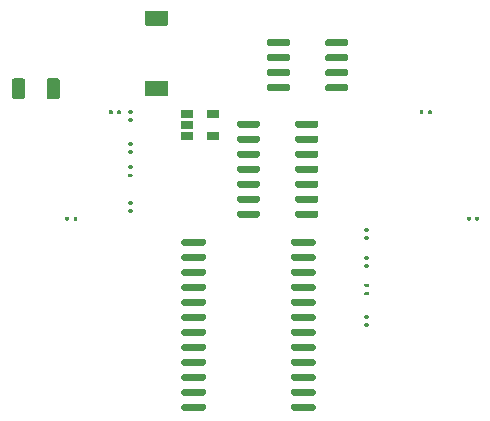
<source format=gbr>
%TF.GenerationSoftware,KiCad,Pcbnew,5.1.10*%
%TF.CreationDate,2021-12-20T15:46:02-06:00*%
%TF.ProjectId,notawatch,6e6f7461-7761-4746-9368-2e6b69636164,rev?*%
%TF.SameCoordinates,Original*%
%TF.FileFunction,Paste,Top*%
%TF.FilePolarity,Positive*%
%FSLAX46Y46*%
G04 Gerber Fmt 4.6, Leading zero omitted, Abs format (unit mm)*
G04 Created by KiCad (PCBNEW 5.1.10) date 2021-12-20 15:46:02*
%MOMM*%
%LPD*%
G01*
G04 APERTURE LIST*
%ADD10C,0.100000*%
%ADD11R,1.060000X0.650000*%
G04 APERTURE END LIST*
%TO.C,C1*%
G36*
G01*
X131950000Y-92650001D02*
X131950000Y-91349999D01*
G75*
G02*
X132199999Y-91100000I249999J0D01*
G01*
X132850001Y-91100000D01*
G75*
G02*
X133100000Y-91349999I0J-249999D01*
G01*
X133100000Y-92650001D01*
G75*
G02*
X132850001Y-92900000I-249999J0D01*
G01*
X132199999Y-92900000D01*
G75*
G02*
X131950000Y-92650001I0J249999D01*
G01*
G37*
G36*
G01*
X134900000Y-92650001D02*
X134900000Y-91349999D01*
G75*
G02*
X135149999Y-91100000I249999J0D01*
G01*
X135800001Y-91100000D01*
G75*
G02*
X136050000Y-91349999I0J-249999D01*
G01*
X136050000Y-92650001D01*
G75*
G02*
X135800001Y-92900000I-249999J0D01*
G01*
X135149999Y-92900000D01*
G75*
G02*
X134900000Y-92650001I0J249999D01*
G01*
G37*
%TD*%
%TO.C,U1*%
G36*
G01*
X155975000Y-95150000D02*
X155975000Y-94850000D01*
G75*
G02*
X156125000Y-94700000I150000J0D01*
G01*
X157775000Y-94700000D01*
G75*
G02*
X157925000Y-94850000I0J-150000D01*
G01*
X157925000Y-95150000D01*
G75*
G02*
X157775000Y-95300000I-150000J0D01*
G01*
X156125000Y-95300000D01*
G75*
G02*
X155975000Y-95150000I0J150000D01*
G01*
G37*
G36*
G01*
X155975000Y-96420000D02*
X155975000Y-96120000D01*
G75*
G02*
X156125000Y-95970000I150000J0D01*
G01*
X157775000Y-95970000D01*
G75*
G02*
X157925000Y-96120000I0J-150000D01*
G01*
X157925000Y-96420000D01*
G75*
G02*
X157775000Y-96570000I-150000J0D01*
G01*
X156125000Y-96570000D01*
G75*
G02*
X155975000Y-96420000I0J150000D01*
G01*
G37*
G36*
G01*
X155975000Y-97690000D02*
X155975000Y-97390000D01*
G75*
G02*
X156125000Y-97240000I150000J0D01*
G01*
X157775000Y-97240000D01*
G75*
G02*
X157925000Y-97390000I0J-150000D01*
G01*
X157925000Y-97690000D01*
G75*
G02*
X157775000Y-97840000I-150000J0D01*
G01*
X156125000Y-97840000D01*
G75*
G02*
X155975000Y-97690000I0J150000D01*
G01*
G37*
G36*
G01*
X155975000Y-98960000D02*
X155975000Y-98660000D01*
G75*
G02*
X156125000Y-98510000I150000J0D01*
G01*
X157775000Y-98510000D01*
G75*
G02*
X157925000Y-98660000I0J-150000D01*
G01*
X157925000Y-98960000D01*
G75*
G02*
X157775000Y-99110000I-150000J0D01*
G01*
X156125000Y-99110000D01*
G75*
G02*
X155975000Y-98960000I0J150000D01*
G01*
G37*
G36*
G01*
X155975000Y-100230000D02*
X155975000Y-99930000D01*
G75*
G02*
X156125000Y-99780000I150000J0D01*
G01*
X157775000Y-99780000D01*
G75*
G02*
X157925000Y-99930000I0J-150000D01*
G01*
X157925000Y-100230000D01*
G75*
G02*
X157775000Y-100380000I-150000J0D01*
G01*
X156125000Y-100380000D01*
G75*
G02*
X155975000Y-100230000I0J150000D01*
G01*
G37*
G36*
G01*
X155975000Y-101500000D02*
X155975000Y-101200000D01*
G75*
G02*
X156125000Y-101050000I150000J0D01*
G01*
X157775000Y-101050000D01*
G75*
G02*
X157925000Y-101200000I0J-150000D01*
G01*
X157925000Y-101500000D01*
G75*
G02*
X157775000Y-101650000I-150000J0D01*
G01*
X156125000Y-101650000D01*
G75*
G02*
X155975000Y-101500000I0J150000D01*
G01*
G37*
G36*
G01*
X155975000Y-102770000D02*
X155975000Y-102470000D01*
G75*
G02*
X156125000Y-102320000I150000J0D01*
G01*
X157775000Y-102320000D01*
G75*
G02*
X157925000Y-102470000I0J-150000D01*
G01*
X157925000Y-102770000D01*
G75*
G02*
X157775000Y-102920000I-150000J0D01*
G01*
X156125000Y-102920000D01*
G75*
G02*
X155975000Y-102770000I0J150000D01*
G01*
G37*
G36*
G01*
X151025000Y-102770000D02*
X151025000Y-102470000D01*
G75*
G02*
X151175000Y-102320000I150000J0D01*
G01*
X152825000Y-102320000D01*
G75*
G02*
X152975000Y-102470000I0J-150000D01*
G01*
X152975000Y-102770000D01*
G75*
G02*
X152825000Y-102920000I-150000J0D01*
G01*
X151175000Y-102920000D01*
G75*
G02*
X151025000Y-102770000I0J150000D01*
G01*
G37*
G36*
G01*
X151025000Y-101500000D02*
X151025000Y-101200000D01*
G75*
G02*
X151175000Y-101050000I150000J0D01*
G01*
X152825000Y-101050000D01*
G75*
G02*
X152975000Y-101200000I0J-150000D01*
G01*
X152975000Y-101500000D01*
G75*
G02*
X152825000Y-101650000I-150000J0D01*
G01*
X151175000Y-101650000D01*
G75*
G02*
X151025000Y-101500000I0J150000D01*
G01*
G37*
G36*
G01*
X151025000Y-100230000D02*
X151025000Y-99930000D01*
G75*
G02*
X151175000Y-99780000I150000J0D01*
G01*
X152825000Y-99780000D01*
G75*
G02*
X152975000Y-99930000I0J-150000D01*
G01*
X152975000Y-100230000D01*
G75*
G02*
X152825000Y-100380000I-150000J0D01*
G01*
X151175000Y-100380000D01*
G75*
G02*
X151025000Y-100230000I0J150000D01*
G01*
G37*
G36*
G01*
X151025000Y-98960000D02*
X151025000Y-98660000D01*
G75*
G02*
X151175000Y-98510000I150000J0D01*
G01*
X152825000Y-98510000D01*
G75*
G02*
X152975000Y-98660000I0J-150000D01*
G01*
X152975000Y-98960000D01*
G75*
G02*
X152825000Y-99110000I-150000J0D01*
G01*
X151175000Y-99110000D01*
G75*
G02*
X151025000Y-98960000I0J150000D01*
G01*
G37*
G36*
G01*
X151025000Y-97690000D02*
X151025000Y-97390000D01*
G75*
G02*
X151175000Y-97240000I150000J0D01*
G01*
X152825000Y-97240000D01*
G75*
G02*
X152975000Y-97390000I0J-150000D01*
G01*
X152975000Y-97690000D01*
G75*
G02*
X152825000Y-97840000I-150000J0D01*
G01*
X151175000Y-97840000D01*
G75*
G02*
X151025000Y-97690000I0J150000D01*
G01*
G37*
G36*
G01*
X151025000Y-96420000D02*
X151025000Y-96120000D01*
G75*
G02*
X151175000Y-95970000I150000J0D01*
G01*
X152825000Y-95970000D01*
G75*
G02*
X152975000Y-96120000I0J-150000D01*
G01*
X152975000Y-96420000D01*
G75*
G02*
X152825000Y-96570000I-150000J0D01*
G01*
X151175000Y-96570000D01*
G75*
G02*
X151025000Y-96420000I0J150000D01*
G01*
G37*
G36*
G01*
X151025000Y-95150000D02*
X151025000Y-94850000D01*
G75*
G02*
X151175000Y-94700000I150000J0D01*
G01*
X152825000Y-94700000D01*
G75*
G02*
X152975000Y-94850000I0J-150000D01*
G01*
X152975000Y-95150000D01*
G75*
G02*
X152825000Y-95300000I-150000J0D01*
G01*
X151175000Y-95300000D01*
G75*
G02*
X151025000Y-95150000I0J150000D01*
G01*
G37*
%TD*%
%TO.C,U3*%
G36*
G01*
X155625000Y-105165000D02*
X155625000Y-104865000D01*
G75*
G02*
X155775000Y-104715000I150000J0D01*
G01*
X157525000Y-104715000D01*
G75*
G02*
X157675000Y-104865000I0J-150000D01*
G01*
X157675000Y-105165000D01*
G75*
G02*
X157525000Y-105315000I-150000J0D01*
G01*
X155775000Y-105315000D01*
G75*
G02*
X155625000Y-105165000I0J150000D01*
G01*
G37*
G36*
G01*
X155625000Y-106435000D02*
X155625000Y-106135000D01*
G75*
G02*
X155775000Y-105985000I150000J0D01*
G01*
X157525000Y-105985000D01*
G75*
G02*
X157675000Y-106135000I0J-150000D01*
G01*
X157675000Y-106435000D01*
G75*
G02*
X157525000Y-106585000I-150000J0D01*
G01*
X155775000Y-106585000D01*
G75*
G02*
X155625000Y-106435000I0J150000D01*
G01*
G37*
G36*
G01*
X155625000Y-107705000D02*
X155625000Y-107405000D01*
G75*
G02*
X155775000Y-107255000I150000J0D01*
G01*
X157525000Y-107255000D01*
G75*
G02*
X157675000Y-107405000I0J-150000D01*
G01*
X157675000Y-107705000D01*
G75*
G02*
X157525000Y-107855000I-150000J0D01*
G01*
X155775000Y-107855000D01*
G75*
G02*
X155625000Y-107705000I0J150000D01*
G01*
G37*
G36*
G01*
X155625000Y-108975000D02*
X155625000Y-108675000D01*
G75*
G02*
X155775000Y-108525000I150000J0D01*
G01*
X157525000Y-108525000D01*
G75*
G02*
X157675000Y-108675000I0J-150000D01*
G01*
X157675000Y-108975000D01*
G75*
G02*
X157525000Y-109125000I-150000J0D01*
G01*
X155775000Y-109125000D01*
G75*
G02*
X155625000Y-108975000I0J150000D01*
G01*
G37*
G36*
G01*
X155625000Y-110245000D02*
X155625000Y-109945000D01*
G75*
G02*
X155775000Y-109795000I150000J0D01*
G01*
X157525000Y-109795000D01*
G75*
G02*
X157675000Y-109945000I0J-150000D01*
G01*
X157675000Y-110245000D01*
G75*
G02*
X157525000Y-110395000I-150000J0D01*
G01*
X155775000Y-110395000D01*
G75*
G02*
X155625000Y-110245000I0J150000D01*
G01*
G37*
G36*
G01*
X155625000Y-111515000D02*
X155625000Y-111215000D01*
G75*
G02*
X155775000Y-111065000I150000J0D01*
G01*
X157525000Y-111065000D01*
G75*
G02*
X157675000Y-111215000I0J-150000D01*
G01*
X157675000Y-111515000D01*
G75*
G02*
X157525000Y-111665000I-150000J0D01*
G01*
X155775000Y-111665000D01*
G75*
G02*
X155625000Y-111515000I0J150000D01*
G01*
G37*
G36*
G01*
X155625000Y-112785000D02*
X155625000Y-112485000D01*
G75*
G02*
X155775000Y-112335000I150000J0D01*
G01*
X157525000Y-112335000D01*
G75*
G02*
X157675000Y-112485000I0J-150000D01*
G01*
X157675000Y-112785000D01*
G75*
G02*
X157525000Y-112935000I-150000J0D01*
G01*
X155775000Y-112935000D01*
G75*
G02*
X155625000Y-112785000I0J150000D01*
G01*
G37*
G36*
G01*
X155625000Y-114055000D02*
X155625000Y-113755000D01*
G75*
G02*
X155775000Y-113605000I150000J0D01*
G01*
X157525000Y-113605000D01*
G75*
G02*
X157675000Y-113755000I0J-150000D01*
G01*
X157675000Y-114055000D01*
G75*
G02*
X157525000Y-114205000I-150000J0D01*
G01*
X155775000Y-114205000D01*
G75*
G02*
X155625000Y-114055000I0J150000D01*
G01*
G37*
G36*
G01*
X155625000Y-115325000D02*
X155625000Y-115025000D01*
G75*
G02*
X155775000Y-114875000I150000J0D01*
G01*
X157525000Y-114875000D01*
G75*
G02*
X157675000Y-115025000I0J-150000D01*
G01*
X157675000Y-115325000D01*
G75*
G02*
X157525000Y-115475000I-150000J0D01*
G01*
X155775000Y-115475000D01*
G75*
G02*
X155625000Y-115325000I0J150000D01*
G01*
G37*
G36*
G01*
X155625000Y-116595000D02*
X155625000Y-116295000D01*
G75*
G02*
X155775000Y-116145000I150000J0D01*
G01*
X157525000Y-116145000D01*
G75*
G02*
X157675000Y-116295000I0J-150000D01*
G01*
X157675000Y-116595000D01*
G75*
G02*
X157525000Y-116745000I-150000J0D01*
G01*
X155775000Y-116745000D01*
G75*
G02*
X155625000Y-116595000I0J150000D01*
G01*
G37*
G36*
G01*
X155625000Y-117865000D02*
X155625000Y-117565000D01*
G75*
G02*
X155775000Y-117415000I150000J0D01*
G01*
X157525000Y-117415000D01*
G75*
G02*
X157675000Y-117565000I0J-150000D01*
G01*
X157675000Y-117865000D01*
G75*
G02*
X157525000Y-118015000I-150000J0D01*
G01*
X155775000Y-118015000D01*
G75*
G02*
X155625000Y-117865000I0J150000D01*
G01*
G37*
G36*
G01*
X155625000Y-119135000D02*
X155625000Y-118835000D01*
G75*
G02*
X155775000Y-118685000I150000J0D01*
G01*
X157525000Y-118685000D01*
G75*
G02*
X157675000Y-118835000I0J-150000D01*
G01*
X157675000Y-119135000D01*
G75*
G02*
X157525000Y-119285000I-150000J0D01*
G01*
X155775000Y-119285000D01*
G75*
G02*
X155625000Y-119135000I0J150000D01*
G01*
G37*
G36*
G01*
X146325000Y-119135000D02*
X146325000Y-118835000D01*
G75*
G02*
X146475000Y-118685000I150000J0D01*
G01*
X148225000Y-118685000D01*
G75*
G02*
X148375000Y-118835000I0J-150000D01*
G01*
X148375000Y-119135000D01*
G75*
G02*
X148225000Y-119285000I-150000J0D01*
G01*
X146475000Y-119285000D01*
G75*
G02*
X146325000Y-119135000I0J150000D01*
G01*
G37*
G36*
G01*
X146325000Y-117865000D02*
X146325000Y-117565000D01*
G75*
G02*
X146475000Y-117415000I150000J0D01*
G01*
X148225000Y-117415000D01*
G75*
G02*
X148375000Y-117565000I0J-150000D01*
G01*
X148375000Y-117865000D01*
G75*
G02*
X148225000Y-118015000I-150000J0D01*
G01*
X146475000Y-118015000D01*
G75*
G02*
X146325000Y-117865000I0J150000D01*
G01*
G37*
G36*
G01*
X146325000Y-116595000D02*
X146325000Y-116295000D01*
G75*
G02*
X146475000Y-116145000I150000J0D01*
G01*
X148225000Y-116145000D01*
G75*
G02*
X148375000Y-116295000I0J-150000D01*
G01*
X148375000Y-116595000D01*
G75*
G02*
X148225000Y-116745000I-150000J0D01*
G01*
X146475000Y-116745000D01*
G75*
G02*
X146325000Y-116595000I0J150000D01*
G01*
G37*
G36*
G01*
X146325000Y-115325000D02*
X146325000Y-115025000D01*
G75*
G02*
X146475000Y-114875000I150000J0D01*
G01*
X148225000Y-114875000D01*
G75*
G02*
X148375000Y-115025000I0J-150000D01*
G01*
X148375000Y-115325000D01*
G75*
G02*
X148225000Y-115475000I-150000J0D01*
G01*
X146475000Y-115475000D01*
G75*
G02*
X146325000Y-115325000I0J150000D01*
G01*
G37*
G36*
G01*
X146325000Y-114055000D02*
X146325000Y-113755000D01*
G75*
G02*
X146475000Y-113605000I150000J0D01*
G01*
X148225000Y-113605000D01*
G75*
G02*
X148375000Y-113755000I0J-150000D01*
G01*
X148375000Y-114055000D01*
G75*
G02*
X148225000Y-114205000I-150000J0D01*
G01*
X146475000Y-114205000D01*
G75*
G02*
X146325000Y-114055000I0J150000D01*
G01*
G37*
G36*
G01*
X146325000Y-112785000D02*
X146325000Y-112485000D01*
G75*
G02*
X146475000Y-112335000I150000J0D01*
G01*
X148225000Y-112335000D01*
G75*
G02*
X148375000Y-112485000I0J-150000D01*
G01*
X148375000Y-112785000D01*
G75*
G02*
X148225000Y-112935000I-150000J0D01*
G01*
X146475000Y-112935000D01*
G75*
G02*
X146325000Y-112785000I0J150000D01*
G01*
G37*
G36*
G01*
X146325000Y-111515000D02*
X146325000Y-111215000D01*
G75*
G02*
X146475000Y-111065000I150000J0D01*
G01*
X148225000Y-111065000D01*
G75*
G02*
X148375000Y-111215000I0J-150000D01*
G01*
X148375000Y-111515000D01*
G75*
G02*
X148225000Y-111665000I-150000J0D01*
G01*
X146475000Y-111665000D01*
G75*
G02*
X146325000Y-111515000I0J150000D01*
G01*
G37*
G36*
G01*
X146325000Y-110245000D02*
X146325000Y-109945000D01*
G75*
G02*
X146475000Y-109795000I150000J0D01*
G01*
X148225000Y-109795000D01*
G75*
G02*
X148375000Y-109945000I0J-150000D01*
G01*
X148375000Y-110245000D01*
G75*
G02*
X148225000Y-110395000I-150000J0D01*
G01*
X146475000Y-110395000D01*
G75*
G02*
X146325000Y-110245000I0J150000D01*
G01*
G37*
G36*
G01*
X146325000Y-108975000D02*
X146325000Y-108675000D01*
G75*
G02*
X146475000Y-108525000I150000J0D01*
G01*
X148225000Y-108525000D01*
G75*
G02*
X148375000Y-108675000I0J-150000D01*
G01*
X148375000Y-108975000D01*
G75*
G02*
X148225000Y-109125000I-150000J0D01*
G01*
X146475000Y-109125000D01*
G75*
G02*
X146325000Y-108975000I0J150000D01*
G01*
G37*
G36*
G01*
X146325000Y-107705000D02*
X146325000Y-107405000D01*
G75*
G02*
X146475000Y-107255000I150000J0D01*
G01*
X148225000Y-107255000D01*
G75*
G02*
X148375000Y-107405000I0J-150000D01*
G01*
X148375000Y-107705000D01*
G75*
G02*
X148225000Y-107855000I-150000J0D01*
G01*
X146475000Y-107855000D01*
G75*
G02*
X146325000Y-107705000I0J150000D01*
G01*
G37*
G36*
G01*
X146325000Y-106435000D02*
X146325000Y-106135000D01*
G75*
G02*
X146475000Y-105985000I150000J0D01*
G01*
X148225000Y-105985000D01*
G75*
G02*
X148375000Y-106135000I0J-150000D01*
G01*
X148375000Y-106435000D01*
G75*
G02*
X148225000Y-106585000I-150000J0D01*
G01*
X146475000Y-106585000D01*
G75*
G02*
X146325000Y-106435000I0J150000D01*
G01*
G37*
G36*
G01*
X146325000Y-105165000D02*
X146325000Y-104865000D01*
G75*
G02*
X146475000Y-104715000I150000J0D01*
G01*
X148225000Y-104715000D01*
G75*
G02*
X148375000Y-104865000I0J-150000D01*
G01*
X148375000Y-105165000D01*
G75*
G02*
X148225000Y-105315000I-150000J0D01*
G01*
X146475000Y-105315000D01*
G75*
G02*
X146325000Y-105165000I0J150000D01*
G01*
G37*
%TD*%
%TO.C,U2*%
G36*
G01*
X160450000Y-91755000D02*
X160450000Y-92055000D01*
G75*
G02*
X160300000Y-92205000I-150000J0D01*
G01*
X158650000Y-92205000D01*
G75*
G02*
X158500000Y-92055000I0J150000D01*
G01*
X158500000Y-91755000D01*
G75*
G02*
X158650000Y-91605000I150000J0D01*
G01*
X160300000Y-91605000D01*
G75*
G02*
X160450000Y-91755000I0J-150000D01*
G01*
G37*
G36*
G01*
X160450000Y-90485000D02*
X160450000Y-90785000D01*
G75*
G02*
X160300000Y-90935000I-150000J0D01*
G01*
X158650000Y-90935000D01*
G75*
G02*
X158500000Y-90785000I0J150000D01*
G01*
X158500000Y-90485000D01*
G75*
G02*
X158650000Y-90335000I150000J0D01*
G01*
X160300000Y-90335000D01*
G75*
G02*
X160450000Y-90485000I0J-150000D01*
G01*
G37*
G36*
G01*
X160450000Y-89215000D02*
X160450000Y-89515000D01*
G75*
G02*
X160300000Y-89665000I-150000J0D01*
G01*
X158650000Y-89665000D01*
G75*
G02*
X158500000Y-89515000I0J150000D01*
G01*
X158500000Y-89215000D01*
G75*
G02*
X158650000Y-89065000I150000J0D01*
G01*
X160300000Y-89065000D01*
G75*
G02*
X160450000Y-89215000I0J-150000D01*
G01*
G37*
G36*
G01*
X160450000Y-87945000D02*
X160450000Y-88245000D01*
G75*
G02*
X160300000Y-88395000I-150000J0D01*
G01*
X158650000Y-88395000D01*
G75*
G02*
X158500000Y-88245000I0J150000D01*
G01*
X158500000Y-87945000D01*
G75*
G02*
X158650000Y-87795000I150000J0D01*
G01*
X160300000Y-87795000D01*
G75*
G02*
X160450000Y-87945000I0J-150000D01*
G01*
G37*
G36*
G01*
X155500000Y-87945000D02*
X155500000Y-88245000D01*
G75*
G02*
X155350000Y-88395000I-150000J0D01*
G01*
X153700000Y-88395000D01*
G75*
G02*
X153550000Y-88245000I0J150000D01*
G01*
X153550000Y-87945000D01*
G75*
G02*
X153700000Y-87795000I150000J0D01*
G01*
X155350000Y-87795000D01*
G75*
G02*
X155500000Y-87945000I0J-150000D01*
G01*
G37*
G36*
G01*
X155500000Y-89215000D02*
X155500000Y-89515000D01*
G75*
G02*
X155350000Y-89665000I-150000J0D01*
G01*
X153700000Y-89665000D01*
G75*
G02*
X153550000Y-89515000I0J150000D01*
G01*
X153550000Y-89215000D01*
G75*
G02*
X153700000Y-89065000I150000J0D01*
G01*
X155350000Y-89065000D01*
G75*
G02*
X155500000Y-89215000I0J-150000D01*
G01*
G37*
G36*
G01*
X155500000Y-90485000D02*
X155500000Y-90785000D01*
G75*
G02*
X155350000Y-90935000I-150000J0D01*
G01*
X153700000Y-90935000D01*
G75*
G02*
X153550000Y-90785000I0J150000D01*
G01*
X153550000Y-90485000D01*
G75*
G02*
X153700000Y-90335000I150000J0D01*
G01*
X155350000Y-90335000D01*
G75*
G02*
X155500000Y-90485000I0J-150000D01*
G01*
G37*
G36*
G01*
X155500000Y-91755000D02*
X155500000Y-92055000D01*
G75*
G02*
X155350000Y-92205000I-150000J0D01*
G01*
X153700000Y-92205000D01*
G75*
G02*
X153550000Y-92055000I0J150000D01*
G01*
X153550000Y-91755000D01*
G75*
G02*
X153700000Y-91605000I150000J0D01*
G01*
X155350000Y-91605000D01*
G75*
G02*
X155500000Y-91755000I0J-150000D01*
G01*
G37*
%TD*%
%TO.C,R12*%
G36*
G01*
X161899500Y-109186000D02*
X162100500Y-109186000D01*
G75*
G02*
X162180000Y-109265500I0J-79500D01*
G01*
X162180000Y-109424500D01*
G75*
G02*
X162100500Y-109504000I-79500J0D01*
G01*
X161899500Y-109504000D01*
G75*
G02*
X161820000Y-109424500I0J79500D01*
G01*
X161820000Y-109265500D01*
G75*
G02*
X161899500Y-109186000I79500J0D01*
G01*
G37*
G36*
G01*
X161899500Y-108496000D02*
X162100500Y-108496000D01*
G75*
G02*
X162180000Y-108575500I0J-79500D01*
G01*
X162180000Y-108734500D01*
G75*
G02*
X162100500Y-108814000I-79500J0D01*
G01*
X161899500Y-108814000D01*
G75*
G02*
X161820000Y-108734500I0J79500D01*
G01*
X161820000Y-108575500D01*
G75*
G02*
X161899500Y-108496000I79500J0D01*
G01*
G37*
%TD*%
%TO.C,R11*%
G36*
G01*
X162100500Y-104134000D02*
X161899500Y-104134000D01*
G75*
G02*
X161820000Y-104054500I0J79500D01*
G01*
X161820000Y-103895500D01*
G75*
G02*
X161899500Y-103816000I79500J0D01*
G01*
X162100500Y-103816000D01*
G75*
G02*
X162180000Y-103895500I0J-79500D01*
G01*
X162180000Y-104054500D01*
G75*
G02*
X162100500Y-104134000I-79500J0D01*
G01*
G37*
G36*
G01*
X162100500Y-104824000D02*
X161899500Y-104824000D01*
G75*
G02*
X161820000Y-104744500I0J79500D01*
G01*
X161820000Y-104585500D01*
G75*
G02*
X161899500Y-104506000I79500J0D01*
G01*
X162100500Y-104506000D01*
G75*
G02*
X162180000Y-104585500I0J-79500D01*
G01*
X162180000Y-104744500D01*
G75*
G02*
X162100500Y-104824000I-79500J0D01*
G01*
G37*
%TD*%
%TO.C,R10*%
G36*
G01*
X161899500Y-111866000D02*
X162100500Y-111866000D01*
G75*
G02*
X162180000Y-111945500I0J-79500D01*
G01*
X162180000Y-112104500D01*
G75*
G02*
X162100500Y-112184000I-79500J0D01*
G01*
X161899500Y-112184000D01*
G75*
G02*
X161820000Y-112104500I0J79500D01*
G01*
X161820000Y-111945500D01*
G75*
G02*
X161899500Y-111866000I79500J0D01*
G01*
G37*
G36*
G01*
X161899500Y-111176000D02*
X162100500Y-111176000D01*
G75*
G02*
X162180000Y-111255500I0J-79500D01*
G01*
X162180000Y-111414500D01*
G75*
G02*
X162100500Y-111494000I-79500J0D01*
G01*
X161899500Y-111494000D01*
G75*
G02*
X161820000Y-111414500I0J79500D01*
G01*
X161820000Y-111255500D01*
G75*
G02*
X161899500Y-111176000I79500J0D01*
G01*
G37*
%TD*%
%TO.C,R9*%
G36*
G01*
X161899500Y-106866000D02*
X162100500Y-106866000D01*
G75*
G02*
X162180000Y-106945500I0J-79500D01*
G01*
X162180000Y-107104500D01*
G75*
G02*
X162100500Y-107184000I-79500J0D01*
G01*
X161899500Y-107184000D01*
G75*
G02*
X161820000Y-107104500I0J79500D01*
G01*
X161820000Y-106945500D01*
G75*
G02*
X161899500Y-106866000I79500J0D01*
G01*
G37*
G36*
G01*
X161899500Y-106176000D02*
X162100500Y-106176000D01*
G75*
G02*
X162180000Y-106255500I0J-79500D01*
G01*
X162180000Y-106414500D01*
G75*
G02*
X162100500Y-106494000I-79500J0D01*
G01*
X161899500Y-106494000D01*
G75*
G02*
X161820000Y-106414500I0J79500D01*
G01*
X161820000Y-106255500D01*
G75*
G02*
X161899500Y-106176000I79500J0D01*
G01*
G37*
%TD*%
%TO.C,R8*%
G36*
G01*
X141899500Y-99186000D02*
X142100500Y-99186000D01*
G75*
G02*
X142180000Y-99265500I0J-79500D01*
G01*
X142180000Y-99424500D01*
G75*
G02*
X142100500Y-99504000I-79500J0D01*
G01*
X141899500Y-99504000D01*
G75*
G02*
X141820000Y-99424500I0J79500D01*
G01*
X141820000Y-99265500D01*
G75*
G02*
X141899500Y-99186000I79500J0D01*
G01*
G37*
G36*
G01*
X141899500Y-98496000D02*
X142100500Y-98496000D01*
G75*
G02*
X142180000Y-98575500I0J-79500D01*
G01*
X142180000Y-98734500D01*
G75*
G02*
X142100500Y-98814000I-79500J0D01*
G01*
X141899500Y-98814000D01*
G75*
G02*
X141820000Y-98734500I0J79500D01*
G01*
X141820000Y-98575500D01*
G75*
G02*
X141899500Y-98496000I79500J0D01*
G01*
G37*
%TD*%
%TO.C,R7*%
G36*
G01*
X141899500Y-94506000D02*
X142100500Y-94506000D01*
G75*
G02*
X142180000Y-94585500I0J-79500D01*
G01*
X142180000Y-94744500D01*
G75*
G02*
X142100500Y-94824000I-79500J0D01*
G01*
X141899500Y-94824000D01*
G75*
G02*
X141820000Y-94744500I0J79500D01*
G01*
X141820000Y-94585500D01*
G75*
G02*
X141899500Y-94506000I79500J0D01*
G01*
G37*
G36*
G01*
X141899500Y-93816000D02*
X142100500Y-93816000D01*
G75*
G02*
X142180000Y-93895500I0J-79500D01*
G01*
X142180000Y-94054500D01*
G75*
G02*
X142100500Y-94134000I-79500J0D01*
G01*
X141899500Y-94134000D01*
G75*
G02*
X141820000Y-94054500I0J79500D01*
G01*
X141820000Y-93895500D01*
G75*
G02*
X141899500Y-93816000I79500J0D01*
G01*
G37*
%TD*%
%TO.C,R6*%
G36*
G01*
X141899500Y-102186000D02*
X142100500Y-102186000D01*
G75*
G02*
X142180000Y-102265500I0J-79500D01*
G01*
X142180000Y-102424500D01*
G75*
G02*
X142100500Y-102504000I-79500J0D01*
G01*
X141899500Y-102504000D01*
G75*
G02*
X141820000Y-102424500I0J79500D01*
G01*
X141820000Y-102265500D01*
G75*
G02*
X141899500Y-102186000I79500J0D01*
G01*
G37*
G36*
G01*
X141899500Y-101496000D02*
X142100500Y-101496000D01*
G75*
G02*
X142180000Y-101575500I0J-79500D01*
G01*
X142180000Y-101734500D01*
G75*
G02*
X142100500Y-101814000I-79500J0D01*
G01*
X141899500Y-101814000D01*
G75*
G02*
X141820000Y-101734500I0J79500D01*
G01*
X141820000Y-101575500D01*
G75*
G02*
X141899500Y-101496000I79500J0D01*
G01*
G37*
%TD*%
%TO.C,R5*%
G36*
G01*
X141899500Y-97186000D02*
X142100500Y-97186000D01*
G75*
G02*
X142180000Y-97265500I0J-79500D01*
G01*
X142180000Y-97424500D01*
G75*
G02*
X142100500Y-97504000I-79500J0D01*
G01*
X141899500Y-97504000D01*
G75*
G02*
X141820000Y-97424500I0J79500D01*
G01*
X141820000Y-97265500D01*
G75*
G02*
X141899500Y-97186000I79500J0D01*
G01*
G37*
G36*
G01*
X141899500Y-96496000D02*
X142100500Y-96496000D01*
G75*
G02*
X142180000Y-96575500I0J-79500D01*
G01*
X142180000Y-96734500D01*
G75*
G02*
X142100500Y-96814000I-79500J0D01*
G01*
X141899500Y-96814000D01*
G75*
G02*
X141820000Y-96734500I0J79500D01*
G01*
X141820000Y-96575500D01*
G75*
G02*
X141899500Y-96496000I79500J0D01*
G01*
G37*
%TD*%
%TO.C,R4*%
G36*
G01*
X171186000Y-103100500D02*
X171186000Y-102899500D01*
G75*
G02*
X171265500Y-102820000I79500J0D01*
G01*
X171424500Y-102820000D01*
G75*
G02*
X171504000Y-102899500I0J-79500D01*
G01*
X171504000Y-103100500D01*
G75*
G02*
X171424500Y-103180000I-79500J0D01*
G01*
X171265500Y-103180000D01*
G75*
G02*
X171186000Y-103100500I0J79500D01*
G01*
G37*
G36*
G01*
X170496000Y-103100500D02*
X170496000Y-102899500D01*
G75*
G02*
X170575500Y-102820000I79500J0D01*
G01*
X170734500Y-102820000D01*
G75*
G02*
X170814000Y-102899500I0J-79500D01*
G01*
X170814000Y-103100500D01*
G75*
G02*
X170734500Y-103180000I-79500J0D01*
G01*
X170575500Y-103180000D01*
G75*
G02*
X170496000Y-103100500I0J79500D01*
G01*
G37*
%TD*%
%TO.C,R3*%
G36*
G01*
X166814000Y-93899500D02*
X166814000Y-94100500D01*
G75*
G02*
X166734500Y-94180000I-79500J0D01*
G01*
X166575500Y-94180000D01*
G75*
G02*
X166496000Y-94100500I0J79500D01*
G01*
X166496000Y-93899500D01*
G75*
G02*
X166575500Y-93820000I79500J0D01*
G01*
X166734500Y-93820000D01*
G75*
G02*
X166814000Y-93899500I0J-79500D01*
G01*
G37*
G36*
G01*
X167504000Y-93899500D02*
X167504000Y-94100500D01*
G75*
G02*
X167424500Y-94180000I-79500J0D01*
G01*
X167265500Y-94180000D01*
G75*
G02*
X167186000Y-94100500I0J79500D01*
G01*
X167186000Y-93899500D01*
G75*
G02*
X167265500Y-93820000I79500J0D01*
G01*
X167424500Y-93820000D01*
G75*
G02*
X167504000Y-93899500I0J-79500D01*
G01*
G37*
%TD*%
%TO.C,R2*%
G36*
G01*
X140866000Y-94100500D02*
X140866000Y-93899500D01*
G75*
G02*
X140945500Y-93820000I79500J0D01*
G01*
X141104500Y-93820000D01*
G75*
G02*
X141184000Y-93899500I0J-79500D01*
G01*
X141184000Y-94100500D01*
G75*
G02*
X141104500Y-94180000I-79500J0D01*
G01*
X140945500Y-94180000D01*
G75*
G02*
X140866000Y-94100500I0J79500D01*
G01*
G37*
G36*
G01*
X140176000Y-94100500D02*
X140176000Y-93899500D01*
G75*
G02*
X140255500Y-93820000I79500J0D01*
G01*
X140414500Y-93820000D01*
G75*
G02*
X140494000Y-93899500I0J-79500D01*
G01*
X140494000Y-94100500D01*
G75*
G02*
X140414500Y-94180000I-79500J0D01*
G01*
X140255500Y-94180000D01*
G75*
G02*
X140176000Y-94100500I0J79500D01*
G01*
G37*
%TD*%
%TO.C,R1*%
G36*
G01*
X137186000Y-103100500D02*
X137186000Y-102899500D01*
G75*
G02*
X137265500Y-102820000I79500J0D01*
G01*
X137424500Y-102820000D01*
G75*
G02*
X137504000Y-102899500I0J-79500D01*
G01*
X137504000Y-103100500D01*
G75*
G02*
X137424500Y-103180000I-79500J0D01*
G01*
X137265500Y-103180000D01*
G75*
G02*
X137186000Y-103100500I0J79500D01*
G01*
G37*
G36*
G01*
X136496000Y-103100500D02*
X136496000Y-102899500D01*
G75*
G02*
X136575500Y-102820000I79500J0D01*
G01*
X136734500Y-102820000D01*
G75*
G02*
X136814000Y-102899500I0J-79500D01*
G01*
X136814000Y-103100500D01*
G75*
G02*
X136734500Y-103180000I-79500J0D01*
G01*
X136575500Y-103180000D01*
G75*
G02*
X136496000Y-103100500I0J79500D01*
G01*
G37*
%TD*%
D10*
%TO.C,BZ1*%
G36*
X145109755Y-91350961D02*
G01*
X145119134Y-91353806D01*
X145127779Y-91358427D01*
X145135355Y-91364645D01*
X145141573Y-91372221D01*
X145146194Y-91380866D01*
X145149039Y-91390245D01*
X145150000Y-91400000D01*
X145150000Y-92550000D01*
X145149039Y-92559755D01*
X145146194Y-92569134D01*
X145141573Y-92577779D01*
X145135355Y-92585355D01*
X145127779Y-92591573D01*
X145119134Y-92596194D01*
X145109755Y-92599039D01*
X145100000Y-92600000D01*
X143320000Y-92600000D01*
X143310245Y-92599039D01*
X143300866Y-92596194D01*
X143292221Y-92591573D01*
X143284645Y-92585355D01*
X143278427Y-92577779D01*
X143273806Y-92569134D01*
X143270961Y-92559755D01*
X143270000Y-92550000D01*
X143270000Y-91400000D01*
X143270961Y-91390245D01*
X143273806Y-91380866D01*
X143278427Y-91372221D01*
X143284645Y-91364645D01*
X143292221Y-91358427D01*
X143300866Y-91353806D01*
X143310245Y-91350961D01*
X143320000Y-91350000D01*
X145100000Y-91350000D01*
X145109755Y-91350961D01*
G37*
G36*
X145109755Y-85400961D02*
G01*
X145119134Y-85403806D01*
X145127779Y-85408427D01*
X145135355Y-85414645D01*
X145141573Y-85422221D01*
X145146194Y-85430866D01*
X145149039Y-85440245D01*
X145150000Y-85450000D01*
X145150000Y-86600000D01*
X145149039Y-86609755D01*
X145146194Y-86619134D01*
X145141573Y-86627779D01*
X145135355Y-86635355D01*
X145127779Y-86641573D01*
X145119134Y-86646194D01*
X145109755Y-86649039D01*
X145100000Y-86650000D01*
X143320000Y-86650000D01*
X143310245Y-86649039D01*
X143300866Y-86646194D01*
X143292221Y-86641573D01*
X143284645Y-86635355D01*
X143278427Y-86627779D01*
X143273806Y-86619134D01*
X143270961Y-86609755D01*
X143270000Y-86600000D01*
X143270000Y-85450000D01*
X143270961Y-85440245D01*
X143273806Y-85430866D01*
X143278427Y-85422221D01*
X143284645Y-85414645D01*
X143292221Y-85408427D01*
X143300866Y-85403806D01*
X143310245Y-85400961D01*
X143320000Y-85400000D01*
X145100000Y-85400000D01*
X145109755Y-85400961D01*
G37*
%TD*%
D11*
%TO.C,U5*%
X146800000Y-94100000D03*
X146800000Y-95050000D03*
X146800000Y-96000000D03*
X149000000Y-96000000D03*
X149000000Y-94100000D03*
%TD*%
M02*

</source>
